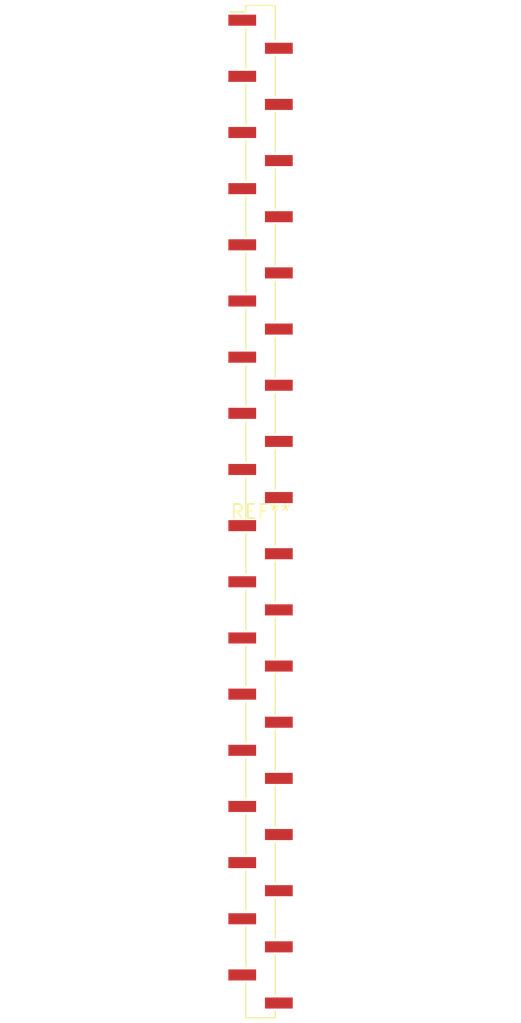
<source format=kicad_pcb>
(kicad_pcb (version 20240108) (generator pcbnew)
  (layers (0 "F.Cu" signal) (31 "B.Cu" signal) (34 "B.Paste" user) (35 "F.Paste" user) (36 "B.SilkS" user "B.Silkscreen") (37 "F.SilkS" user "F.Silkscreen") (38 "B.Mask" user) (39 "F.Mask" user) (44 "Edge.Cuts" user))
  (net 0 "")
  (footprint "PinHeader_1x36_P2.54mm_Vertical_SMD_Pin1Left" (layer "F.Cu") (at 0 0)
    (property "Reference" "REF**")
    (property "Value" "PinHeader_1x36_P2.54mm_Vertical_SMD_Pin1Left")
    (fp_line (start -1.33 -45.78) (end -1.33 -45.21) (layer "F.SilkS") (stroke (width 0.12)))
    (fp_line (start -1.33 -45.78) (end 1.33 -45.78) (layer "F.SilkS") (stroke (width 0.12)))
    (fp_line (start -1.33 -45.21) (end -2.85 -45.21) (layer "F.SilkS") (stroke (width 0.12)))
    (fp_line (start -1.33 -43.69) (end -1.33 -40.13) (layer "F.SilkS") (stroke (width 0.12)))
    (fp_line (start -1.33 -38.61) (end -1.33 -35.05) (layer "F.SilkS") (stroke (width 0.12)))
    (fp_line (start -1.33 -33.53) (end -1.33 -29.97) (layer "F.SilkS") (stroke (width 0.12)))
    (fp_line (start -1.33 -28.45) (end -1.33 -24.89) (layer "F.SilkS") (stroke (width 0.12)))
    (fp_line (start -1.33 -23.37) (end -1.33 -19.81) (layer "F.SilkS") (stroke (width 0.12)))
    (fp_line (start -1.33 -18.29) (end -1.33 -14.73) (layer "F.SilkS") (stroke (width 0.12)))
    (fp_line (start -1.33 -13.21) (end -1.33 -9.65) (layer "F.SilkS") (stroke (width 0.12)))
    (fp_line (start -1.33 -8.13) (end -1.33 -4.57) (layer "F.SilkS") (stroke (width 0.12)))
    (fp_line (start -1.33 -3.05) (end -1.33 0.51) (layer "F.SilkS") (stroke (width 0.12)))
    (fp_line (start -1.33 2.03) (end -1.33 5.59) (layer "F.SilkS") (stroke (width 0.12)))
    (fp_line (start -1.33 7.11) (end -1.33 10.67) (layer "F.SilkS") (stroke (width 0.12)))
    (fp_line (start -1.33 12.19) (end -1.33 15.75) (layer "F.SilkS") (stroke (width 0.12)))
    (fp_line (start -1.33 17.27) (end -1.33 20.83) (layer "F.SilkS") (stroke (width 0.12)))
    (fp_line (start -1.33 22.35) (end -1.33 25.91) (layer "F.SilkS") (stroke (width 0.12)))
    (fp_line (start -1.33 27.43) (end -1.33 30.99) (layer "F.SilkS") (stroke (width 0.12)))
    (fp_line (start -1.33 32.51) (end -1.33 36.07) (layer "F.SilkS") (stroke (width 0.12)))
    (fp_line (start -1.33 37.59) (end -1.33 41.15) (layer "F.SilkS") (stroke (width 0.12)))
    (fp_line (start -1.33 42.67) (end -1.33 45.78) (layer "F.SilkS") (stroke (width 0.12)))
    (fp_line (start -1.33 45.78) (end 1.33 45.78) (layer "F.SilkS") (stroke (width 0.12)))
    (fp_line (start 1.33 -45.78) (end 1.33 -42.67) (layer "F.SilkS") (stroke (width 0.12)))
    (fp_line (start 1.33 -41.15) (end 1.33 -37.59) (layer "F.SilkS") (stroke (width 0.12)))
    (fp_line (start 1.33 -36.07) (end 1.33 -32.51) (layer "F.SilkS") (stroke (width 0.12)))
    (fp_line (start 1.33 -30.99) (end 1.33 -27.43) (layer "F.SilkS") (stroke (width 0.12)))
    (fp_line (start 1.33 -25.91) (end 1.33 -22.35) (layer "F.SilkS") (stroke (width 0.12)))
    (fp_line (start 1.33 -20.83) (end 1.33 -17.27) (layer "F.SilkS") (stroke (width 0.12)))
    (fp_line (start 1.33 -15.75) (end 1.33 -12.19) (layer "F.SilkS") (stroke (width 0.12)))
    (fp_line (start 1.33 -10.67) (end 1.33 -7.11) (layer "F.SilkS") (stroke (width 0.12)))
    (fp_line (start 1.33 -5.59) (end 1.33 -2.03) (layer "F.SilkS") (stroke (width 0.12)))
    (fp_line (start 1.33 -0.51) (end 1.33 3.05) (layer "F.SilkS") (stroke (width 0.12)))
    (fp_line (start 1.33 4.57) (end 1.33 8.13) (layer "F.SilkS") (stroke (width 0.12)))
    (fp_line (start 1.33 9.65) (end 1.33 13.21) (layer "F.SilkS") (stroke (width 0.12)))
    (fp_line (start 1.33 14.73) (end 1.33 18.29) (layer "F.SilkS") (stroke (width 0.12)))
    (fp_line (start 1.33 19.81) (end 1.33 23.37) (layer "F.SilkS") (stroke (width 0.12)))
    (fp_line (start 1.33 24.89) (end 1.33 28.45) (layer "F.SilkS") (stroke (width 0.12)))
    (fp_line (start 1.33 29.97) (end 1.33 33.53) (layer "F.SilkS") (stroke (width 0.12)))
    (fp_line (start 1.33 35.05) (end 1.33 38.61) (layer "F.SilkS") (stroke (width 0.12)))
    (fp_line (start 1.33 40.13) (end 1.33 43.69) (layer "F.SilkS") (stroke (width 0.12)))
    (fp_line (start 1.33 45.21) (end 1.33 45.78) (layer "F.SilkS") (stroke (width 0.12)))
    (pad "1" smd rect (at -1.655 -44.45) (size 2.51 1) (layers "F.Cu" "F.Paste" "F.Mask"))
    (pad "2" smd rect (at 1.655 -41.91) (size 2.51 1) (layers "F.Cu" "F.Paste" "F.Mask"))
    (pad "3" smd rect (at -1.655 -39.37) (size 2.51 1) (layers "F.Cu" "F.Paste" "F.Mask"))
    (pad "4" smd rect (at 1.655 -36.83) (size 2.51 1) (layers "F.Cu" "F.Paste" "F.Mask"))
    (pad "5" smd rect (at -1.655 -34.29) (size 2.51 1) (layers "F.Cu" "F.Paste" "F.Mask"))
    (pad "6" smd rect (at 1.655 -31.75) (size 2.51 1) (layers "F.Cu" "F.Paste" "F.Mask"))
    (pad "7" smd rect (at -1.655 -29.21) (size 2.51 1) (layers "F.Cu" "F.Paste" "F.Mask"))
    (pad "8" smd rect (at 1.655 -26.67) (size 2.51 1) (layers "F.Cu" "F.Paste" "F.Mask"))
    (pad "9" smd rect (at -1.655 -24.13) (size 2.51 1) (layers "F.Cu" "F.Paste" "F.Mask"))
    (pad "10" smd rect (at 1.655 -21.59) (size 2.51 1) (layers "F.Cu" "F.Paste" "F.Mask"))
    (pad "11" smd rect (at -1.655 -19.05) (size 2.51 1) (layers "F.Cu" "F.Paste" "F.Mask"))
    (pad "12" smd rect (at 1.655 -16.51) (size 2.51 1) (layers "F.Cu" "F.Paste" "F.Mask"))
    (pad "13" smd rect (at -1.655 -13.97) (size 2.51 1) (layers "F.Cu" "F.Paste" "F.Mask"))
    (pad "14" smd rect (at 1.655 -11.43) (size 2.51 1) (layers "F.Cu" "F.Paste" "F.Mask"))
    (pad "15" smd rect (at -1.655 -8.89) (size 2.51 1) (layers "F.Cu" "F.Paste" "F.Mask"))
    (pad "16" smd rect (at 1.655 -6.35) (size 2.51 1) (layers "F.Cu" "F.Paste" "F.Mask"))
    (pad "17" smd rect (at -1.655 -3.81) (size 2.51 1) (layers "F.Cu" "F.Paste" "F.Mask"))
    (pad "18" smd rect (at 1.655 -1.27) (size 2.51 1) (layers "F.Cu" "F.Paste" "F.Mask"))
    (pad "19" smd rect (at -1.655 1.27) (size 2.51 1) (layers "F.Cu" "F.Paste" "F.Mask"))
    (pad "20" smd rect (at 1.655 3.81) (size 2.51 1) (layers "F.Cu" "F.Paste" "F.Mask"))
    (pad "21" smd rect (at -1.655 6.35) (size 2.51 1) (layers "F.Cu" "F.Paste" "F.Mask"))
    (pad "22" smd rect (at 1.655 8.89) (size 2.51 1) (layers "F.Cu" "F.Paste" "F.Mask"))
    (pad "23" smd rect (at -1.655 11.43) (size 2.51 1) (layers "F.Cu" "F.Paste" "F.Mask"))
    (pad "24" smd rect (at 1.655 13.97) (size 2.51 1) (layers "F.Cu" "F.Paste" "F.Mask"))
    (pad "25" smd rect (at -1.655 16.51) (size 2.51 1) (layers "F.Cu" "F.Paste" "F.Mask"))
    (pad "26" smd rect (at 1.655 19.05) (size 2.51 1) (layers "F.Cu" "F.Paste" "F.Mask"))
    (pad "27" smd rect (at -1.655 21.59) (size 2.51 1) (layers "F.Cu" "F.Paste" "F.Mask"))
    (pad "28" smd rect (at 1.655 24.13) (size 2.51 1) (layers "F.Cu" "F.Paste" "F.Mask"))
    (pad "29" smd rect (at -1.655 26.67) (size 2.51 1) (layers "F.Cu" "F.Paste" "F.Mask"))
    (pad "30" smd rect (at 1.655 29.21) (size 2.51 1) (layers "F.Cu" "F.Paste" "F.Mask"))
    (pad "31" smd rect (at -1.655 31.75) (size 2.51 1) (layers "F.Cu" "F.Paste" "F.Mask"))
    (pad "32" smd rect (at 1.655 34.29) (size 2.51 1) (layers "F.Cu" "F.Paste" "F.Mask"))
    (pad "33" smd rect (at -1.655 36.83) (size 2.51 1) (layers "F.Cu" "F.Paste" "F.Mask"))
    (pad "34" smd rect (at 1.655 39.37) (size 2.51 1) (layers "F.Cu" "F.Paste" "F.Mask"))
    (pad "35" smd rect (at -1.655 41.91) (size 2.51 1) (layers "F.Cu" "F.Paste" "F.Mask"))
    (pad "36" smd rect (at 1.655 44.45) (size 2.51 1) (layers "F.Cu" "F.Paste" "F.Mask"))
  )
)
</source>
